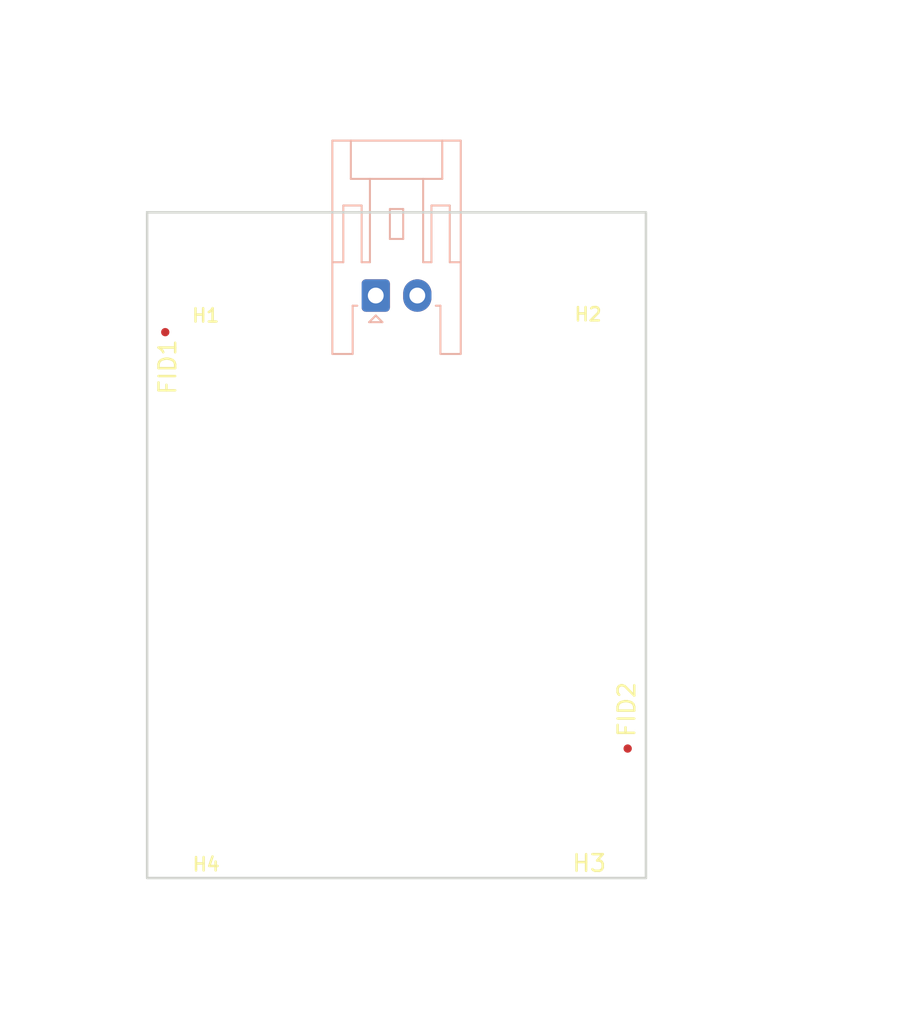
<source format=kicad_pcb>
(kicad_pcb (version 20221018) (generator pcbnew)
  (layers (0 "F.Cu" signal) (31 "B.Cu" signal) (34 "B.Paste" user) (35 "F.Paste" user) (36 "B.SilkS" user "B.Silkscreen") (37 "F.SilkS" user "F.Silkscreen") (38 "B.Mask" user) (39 "F.Mask" user) (44 "Edge.Cuts" user))
  (net 0 "")
  (net 1 "Alter_Current_1")
  (net 2 "Alter_Current_2")
  (footprint "MountingHole:MountingHole_3.2mm_M3" (layer "F.Cu") (at 73.5 63.5)
    (fp_text reference "H1" (at 0.02 2.7) (layer "F.SilkS") (effects (font (size 0.8 0.8))))
    (fp_text value "MountingHole")
    (pad "" np_thru_hole circle locked (at 0 0) (size 3.2 3.2) (drill 3.2) (layers "*.Cu" "*.Mask"))
  )
  (footprint "Fiducial:Fiducial_0.5mm_Mask1mm" (layer "F.Cu") (at 71.09 67.2)
    (fp_text reference "FID1" (at 0.14 2.09 90) (layer "F.SilkS"))
    (fp_text value "Fiducial")
    (pad "" smd circle (at 0 0) (size 0.5 0.5) (layers "F.Cu" "F.Mask") (clearance 0.25))
  )
  (footprint "MountingHole:MountingHole_3.2mm_M3" (layer "F.Cu") (at 96.5 63.5)
    (fp_text reference "H2" (at 0.02 2.63) (layer "F.SilkS") (effects (font (size 0.8 0.8))))
    (fp_text value "MountingHole")
    (pad "" np_thru_hole circle locked (at 0 0) (size 3.2 3.2) (drill 3.2) (layers "*.Cu" "*.Mask"))
  )
  (footprint "MountingHole:MountingHole_3.2mm_M3" (layer "F.Cu") (at 73.5 96.5)
    (fp_text reference "H4" (at 0.05 2.68) (layer "F.SilkS") (effects (font (size 0.8 0.8))))
    (fp_text value "MountingHole")
    (pad "" np_thru_hole circle locked (at 0 0) (size 3.2 3.2) (drill 3.2) (layers "*.Cu" "*.Mask"))
  )
  (footprint "MountingHole:MountingHole_3.2mm_M3" (layer "F.Cu") (at 96.5 96.5)
    (fp_text reference "H3" (at 0.09 2.61) (layer "F.SilkS"))
    (fp_text value "MountingHole")
    (pad "" np_thru_hole circle locked (at 0 0) (size 3.2 3.2) (drill 3.2) (layers "*.Cu" "*.Mask"))
  )
  (footprint "Fiducial:Fiducial_0.5mm_Mask1mm" (layer "F.Cu") (at 98.9 92.22)
    (fp_text reference "FID2" (at -0.06 -2.35 90) (layer "F.SilkS"))
    (fp_text value "Fiducial")
    (pad "" smd circle (at 0 0) (size 0.5 0.5) (layers "F.Cu" "F.Mask") (clearance 0.25))
  )
  (footprint "Connector_JST:JST_XA_S02B-XASK-1N-BN_1x02_P2.50mm_Horizontal" (layer "B.Cu") (at 83.75 65)
    (fp_text reference "J1" hide)
    (fp_text value "Conn_01x02" hide)
    (fp_line (start -2.61 -9.31) (end 5.11 -9.31) (stroke (width 0.12)) (layer "B.SilkS"))
    (fp_line (start -2.61 3.51) (end -2.61 -9.31) (stroke (width 0.12)) (layer "B.SilkS"))
    (fp_line (start -1.95 -5.41) (end -1.95 -2) (stroke (width 0.12)) (layer "B.SilkS"))
    (fp_line (start -1.95 -2) (end -2.61 -2) (stroke (width 0.12)) (layer "B.SilkS"))
    (fp_line (start -1.5 -9.31) (end -1.5 -7.01) (stroke (width 0.12)) (layer "B.SilkS"))
    (fp_line (start -1.5 -7.01) (end 4 -7.01) (stroke (width 0.12)) (layer "B.SilkS"))
    (fp_line (start -1.39 0.61) (end -1.39 3.51) (stroke (width 0.12)) (layer "B.SilkS"))
    (fp_line (start -1.39 3.51) (end -2.61 3.51) (stroke (width 0.12)) (layer "B.SilkS"))
    (fp_line (start -1.11 0.61) (end -1.39 0.61) (stroke (width 0.12)) (layer "B.SilkS"))
    (fp_line (start -0.85 -5.41) (end -1.95 -5.41) (stroke (width 0.12)) (layer "B.SilkS"))
    (fp_line (start -0.85 -2) (end -0.85 -5.41) (stroke (width 0.12)) (layer "B.SilkS"))
    (fp_line (start -0.4 1.6) (end 0.4 1.6) (stroke (width 0.12)) (layer "B.SilkS"))
    (fp_line (start -0.35 -7.01) (end -0.35 -2) (stroke (width 0.12)) (layer "B.SilkS"))
    (fp_line (start -0.35 -2) (end -0.85 -2) (stroke (width 0.12)) (layer "B.SilkS"))
    (fp_line (start 0 1.2) (end -0.4 1.6) (stroke (width 0.12)) (layer "B.SilkS"))
    (fp_line (start 0.4 1.6) (end 0 1.2) (stroke (width 0.12)) (layer "B.SilkS"))
    (fp_line (start 0.85 -5.2) (end 0.85 -3.4) (stroke (width 0.12)) (layer "B.SilkS"))
    (fp_line (start 0.85 -3.4) (end 1.65 -3.4) (stroke (width 0.12)) (layer "B.SilkS"))
    (fp_line (start 1.65 -5.2) (end 0.85 -5.2) (stroke (width 0.12)) (layer "B.SilkS"))
    (fp_line (start 1.65 -3.4) (end 1.65 -5.2) (stroke (width 0.12)) (layer "B.SilkS"))
    (fp_line (start 2.85 -7.01) (end 2.85 -2) (stroke (width 0.12)) (layer "B.SilkS"))
    (fp_line (start 2.85 -2) (end 3.35 -2) (stroke (width 0.12)) (layer "B.SilkS"))
    (fp_line (start 3.35 -5.41) (end 4.45 -5.41) (stroke (width 0.12)) (layer "B.SilkS"))
    (fp_line (start 3.35 -2) (end 3.35 -5.41) (stroke (width 0.12)) (layer "B.SilkS"))
    (fp_line (start 3.89 0.61) (end 3.61 0.61) (stroke (width 0.12)) (layer "B.SilkS"))
    (fp_line (start 3.89 3.51) (end 3.89 0.61) (stroke (width 0.12)) (layer "B.SilkS"))
    (fp_line (start 4 -7.01) (end 4 -9.31) (stroke (width 0.12)) (layer "B.SilkS"))
    (fp_line (start 4.45 -5.41) (end 4.45 -2) (stroke (width 0.12)) (layer "B.SilkS"))
    (fp_line (start 4.45 -2) (end 5.11 -2) (stroke (width 0.12)) (layer "B.SilkS"))
    (fp_line (start 5.11 -9.31) (end 5.11 3.51) (stroke (width 0.12)) (layer "B.SilkS"))
    (fp_line (start 5.11 3.51) (end 3.89 3.51) (stroke (width 0.12)) (layer "B.SilkS"))
    (pad "1" thru_hole roundrect locked (at 0 0) (size 1.7 1.95) (drill 0.95) (layers "*.Cu" "*.Mask") (roundrect_rratio 0.1470588235) (net 2 "Alter_Current_2"))
    (pad "2" thru_hole oval locked (at 2.5 0) (size 1.7 1.95) (drill 0.95) (layers "*.Cu" "*.Mask") (net 1 "Alter_Current_1"))
  )
  (gr_rect locked (start 70 60) (end 100 100) (stroke (width 0.15)) (fill none) (layer "Edge.Cuts"))
)
</source>
